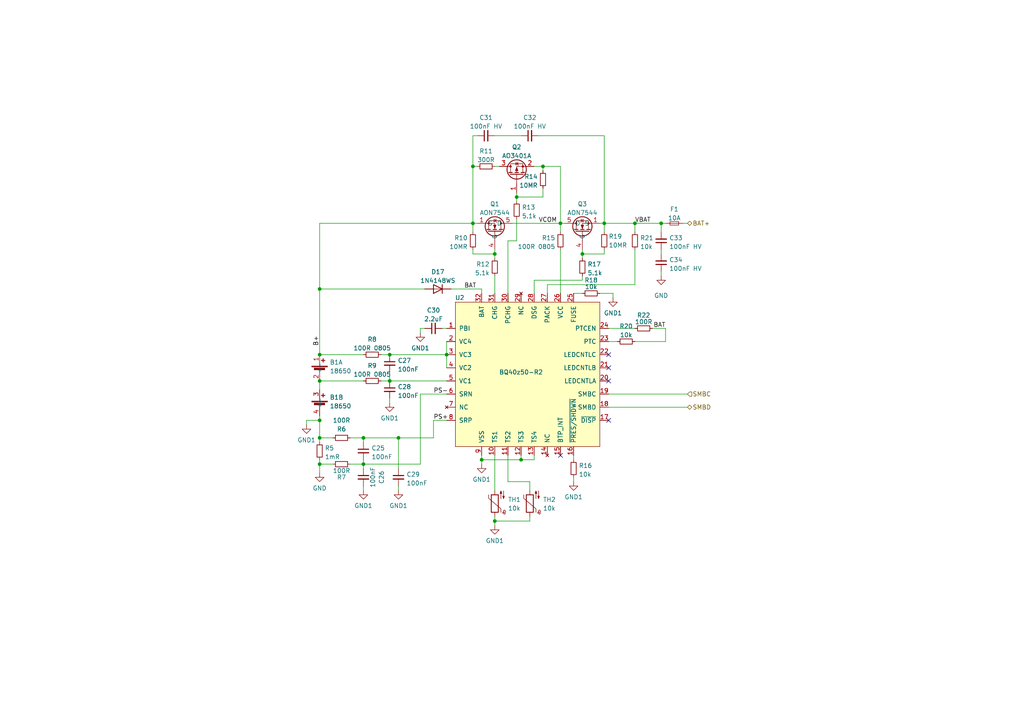
<source format=kicad_sch>
(kicad_sch (version 20230121) (generator eeschema)
  (paper "A4")
  (lib_symbols
    (symbol "Device:C_Small" (pin_numbers hide) (pin_names (offset 0.254) hide)
      (property "Reference" "C" (at 0.254 1.778 0))
      (property "Value" "C_Small" (at 0.254 -2.032 0))
      (symbol "C_Small_0_1"
        (polyline (pts (xy -1.524 -0.508) (xy 1.524 -0.508)) (stroke (width 0.3302)))
        (polyline (pts (xy -1.524 0.508) (xy 1.524 0.508)) (stroke (width 0.3048)))
      )
      (symbol "C_Small_1_1"
        (pin passive line (at 0 2.54 270) (length 2.032) (name "~") (number "1"))
        (pin passive line (at 0 -2.54 90) (length 2.032) (name "~") (number "2"))
      )
    )
    (symbol "Device:Fuse_Small" (pin_numbers hide) (pin_names (offset 0.254) hide)
      (property "Reference" "F" (at 0 -1.524 0))
      (property "Value" "Fuse_Small" (at 0 1.524 0))
      (symbol "Fuse_Small_0_1"
        (rectangle (start -1.27 0.508) (end 1.27 -0.508))
        (polyline (pts (xy -1.27 0) (xy 1.27 0)))
      )
      (symbol "Fuse_Small_1_1"
        (pin passive line (at -2.54 0 0) (length 1.27) (name "~") (number "1"))
        (pin passive line (at 2.54 0 180) (length 1.27) (name "~") (number "2"))
      )
    )
    (symbol "Device:R_Small" (pin_numbers hide) (pin_names (offset 0.254) hide)
      (property "Reference" "R" (at 0.762 0.508 0))
      (property "Value" "R_Small" (at 0.762 -1.016 0))
      (symbol "R_Small_0_1"
        (rectangle (start -0.762 1.778) (end 0.762 -1.778) (stroke (width 0.2032)))
      )
      (symbol "R_Small_1_1"
        (pin passive line (at 0 2.54 270) (length 0.762) (name "~") (number "1"))
        (pin passive line (at 0 -2.54 90) (length 0.762) (name "~") (number "2"))
      )
    )
    (symbol "Device:Thermistor_NTC" (pin_numbers hide) (pin_names (offset 0))
      (property "Reference" "TH" (at -4.445 0 90))
      (property "Value" "Thermistor_NTC" (at 3.175 0 90))
      (symbol "Thermistor_NTC_0_1"
        (arc (start -3.048 2.159) (mid -3.0495 2.3143) (end -3.175 2.413))
        (arc (start -3.048 2.159) (mid -2.9736 1.9794) (end -2.794 1.905))
        (arc (start -3.048 2.794) (mid -2.9736 2.6144) (end -2.794 2.54))
        (arc (start -2.794 1.905) (mid -2.6144 1.9794) (end -2.54 2.159))
        (arc (start -2.794 2.54) (mid -2.4393 2.5587) (end -2.159 2.794))
        (arc (start -2.794 3.048) (mid -2.9736 2.9736) (end -3.048 2.794))
        (arc (start -2.54 2.794) (mid -2.6144 2.9736) (end -2.794 3.048))
        (rectangle (start -1.016 2.54) (end 1.016 -2.54) (stroke (width 0.254)))
        (polyline (pts (xy -2.54 2.159) (xy -2.54 2.794)))
        (polyline (pts (xy -1.778 2.54) (xy -1.778 1.524) (xy 1.778 -1.524) (xy 1.778 -2.54)))
        (polyline (pts (xy -2.54 -3.683) (xy -2.54 -1.397) (xy -2.794 -2.159) (xy -2.286 -2.159) (xy -2.54 -1.397) (xy -2.54 -1.651)) (fill (type outline)))
        (polyline (pts (xy -1.778 -1.397) (xy -1.778 -3.683) (xy -2.032 -2.921) (xy -1.524 -2.921) (xy -1.778 -3.683) (xy -1.778 -3.429)) (fill (type outline)))
      )
      (symbol "Thermistor_NTC_1_1"
        (pin passive line (at 0 3.81 270) (length 1.27) (name "~") (number "1"))
        (pin passive line (at 0 -3.81 90) (length 1.27) (name "~") (number "2"))
      )
    )
    (symbol "Diode:1N4148WS" (pin_numbers hide) (pin_names (offset 1.016) hide)
      (property "Reference" "D" (at 0 2.54 0))
      (property "Value" "1N4148WS" (at 0 -2.54 0))
      (symbol "1N4148WS_0_1"
        (polyline (pts (xy -1.27 1.27) (xy -1.27 -1.27)) (stroke (width 0.254)))
        (polyline (pts (xy 1.27 0) (xy -1.27 0)))
        (polyline (pts (xy 1.27 1.27) (xy 1.27 -1.27) (xy -1.27 0) (xy 1.27 1.27)) (stroke (width 0.254)))
      )
      (symbol "1N4148WS_1_1"
        (pin passive line (at -3.81 0 0) (length 2.54) (name "K") (number "1"))
        (pin passive line (at 3.81 0 180) (length 2.54) (name "A") (number "2"))
      )
    )
    (symbol "Transistor_FET:AO3401A" (pin_names hide)
      (property "Reference" "Q" (at 5.08 1.905 0))
      (property "Value" "AO3401A" (at 5.08 0 0))
      (symbol "AO3401A_0_1"
        (polyline (pts (xy 0.254 0) (xy -2.54 0)))
        (polyline (pts (xy 0.254 1.905) (xy 0.254 -1.905)) (stroke (width 0.254)))
        (polyline (pts (xy 0.762 -1.27) (xy 0.762 -2.286)) (stroke (width 0.254)))
        (polyline (pts (xy 0.762 0.508) (xy 0.762 -0.508)) (stroke (width 0.254)))
        (polyline (pts (xy 0.762 2.286) (xy 0.762 1.27)) (stroke (width 0.254)))
        (polyline (pts (xy 2.54 2.54) (xy 2.54 1.778)))
        (polyline (pts (xy 2.54 -2.54) (xy 2.54 0) (xy 0.762 0)))
        (polyline (pts (xy 0.762 1.778) (xy 3.302 1.778) (xy 3.302 -1.778) (xy 0.762 -1.778)))
        (polyline (pts (xy 2.286 0) (xy 1.27 0.381) (xy 1.27 -0.381) (xy 2.286 0)) (fill (type outline)))
        (polyline (pts (xy 2.794 -0.508) (xy 2.921 -0.381) (xy 3.683 -0.381) (xy 3.81 -0.254)))
        (polyline (pts (xy 3.302 -0.381) (xy 2.921 0.254) (xy 3.683 0.254) (xy 3.302 -0.381)))
        (circle (center 1.651 0) (radius 2.794) (stroke (width 0.254)))
        (circle (center 2.54 -1.778) (radius 0.254) (fill (type outline)))
        (circle (center 2.54 1.778) (radius 0.254) (fill (type outline)))
      )
      (symbol "AO3401A_1_1"
        (pin input line (at -5.08 0 0) (length 2.54) (name "G") (number "1"))
        (pin passive line (at 2.54 -5.08 90) (length 2.54) (name "S") (number "2"))
        (pin passive line (at 2.54 5.08 270) (length 2.54) (name "D") (number "3"))
      )
    )
    (symbol "Transistor_FET_DFN:AON7544"
      (property "Reference" "Q" (at 0 0 0))
      (property "Value" "AON7544" (at -6.35 5.08 0))
      (symbol "AON7544_0_1"
        (circle (center -0.889 0) (radius 2.794) (stroke (width 0.254)))
        (circle (center 0 -1.778) (radius 0.254) (fill (type outline)))
        (polyline (pts (xy -2.286 0) (xy -5.08 0)))
        (polyline (pts (xy -2.286 1.905) (xy -2.286 -1.905)) (stroke (width 0.254)))
        (polyline (pts (xy -1.778 -1.27) (xy -1.778 -2.286)) (stroke (width 0.254)))
        (polyline (pts (xy -1.778 0.508) (xy -1.778 -0.508)) (stroke (width 0.254)))
        (polyline (pts (xy -1.778 2.286) (xy -1.778 1.27)) (stroke (width 0.254)))
        (polyline (pts (xy 0 2.54) (xy 0 1.778)))
        (polyline (pts (xy 0 -2.54) (xy 0 0) (xy -1.778 0)))
        (polyline (pts (xy -1.778 -1.778) (xy 0.762 -1.778) (xy 0.762 1.778) (xy -1.778 1.778)))
        (polyline (pts (xy -1.524 0) (xy -0.508 0.381) (xy -0.508 -0.381) (xy -1.524 0)) (fill (type outline)))
        (polyline (pts (xy 0.254 0.508) (xy 0.381 0.381) (xy 1.143 0.381) (xy 1.27 0.254)))
        (polyline (pts (xy 0.762 0.381) (xy 0.381 -0.254) (xy 1.143 -0.254) (xy 0.762 0.381)))
        (circle (center 0 1.778) (radius 0.254) (fill (type outline)))
      )
      (symbol "AON7544_1_1"
        (pin passive line (at 0 -5.08 90) (length 2.54) (name "S") (number "1"))
        (pin passive line (at 0 -5.08 90) (length 2.54) hide (name "S") (number "2"))
        (pin passive line (at 0 -5.08 90) (length 2.54) hide (name "S") (number "3"))
        (pin input line (at -7.62 0 0) (length 2.54) (name "G") (number "4"))
        (pin passive line (at 0 5.08 270) (length 2.54) (name "D") (number "5"))
        (pin passive line (at 0 5.08 270) (length 2.54) hide (name "D") (number "6"))
        (pin passive line (at 0 5.08 270) (length 2.54) hide (name "D") (number "7"))
        (pin passive line (at 0 5.08 270) (length 2.54) hide (name "D") (number "8"))
        (pin passive line (at 0 5.08 270) (length 2.54) hide (name "D") (number "9"))
      )
    )
    (symbol "battery:battery-2s" (pin_names (offset 1.016))
      (property "Reference" "B" (at 3.81 1.27 0))
      (property "Value" "battery-2s" (at -8.89 1.27 0))
      (symbol "battery-2s_1_1"
        (rectangle (start -2.286 0.508) (end 2.286 0.254) (fill (type outline)))
        (rectangle (start -1.5748 -0.0762) (end 1.4732 -0.5842) (fill (type outline)))
        (polyline (pts (xy 0 -0.508) (xy 0 -1.27)))
        (polyline (pts (xy 0 0.508) (xy 0 1.27)))
        (polyline (pts (xy 0.508 2.159) (xy 1.524 2.159)) (stroke (width 0.254)))
        (polyline (pts (xy 1.016 2.667) (xy 1.016 1.651)) (stroke (width 0.254)))
        (pin passive line (at 0 3.81 270) (length 2.54) (name "+") (number "1"))
        (pin passive line (at 0 -3.81 90) (length 2.54) (name "-") (number "2"))
      )
      (symbol "battery-2s_2_1"
        (rectangle (start -2.286 0.508) (end 2.286 0.254) (fill (type outline)))
        (rectangle (start -1.5748 -0.0762) (end 1.4732 -0.5842) (fill (type outline)))
        (polyline (pts (xy 0 -0.508) (xy 0 -1.27)))
        (polyline (pts (xy 0 0.508) (xy 0 1.27)))
        (polyline (pts (xy 0.508 2.159) (xy 1.524 2.159)) (stroke (width 0.254)))
        (polyline (pts (xy 1.016 2.667) (xy 1.016 1.651)) (stroke (width 0.254)))
        (pin passive line (at 0 3.81 270) (length 2.54) (name "+") (number "3"))
        (pin passive line (at 0 -3.81 90) (length 2.54) (name "-") (number "4"))
      )
    )
    (symbol "power:GND" (power) (pin_names (offset 0))
      (property "Value" "GND" (at 0 -3.81 0))
      (symbol "GND_0_1"
        (polyline (pts (xy 0 0) (xy 0 -1.27) (xy 1.27 -1.27) (xy 0 -2.54) (xy -1.27 -1.27) (xy 0 -1.27)))
      )
      (symbol "GND_1_1"
        (pin power_in line (at 0 0 270) (length 0) hide (name "GND") (number "1"))
      )
    )
    (symbol "power:GND1" (power) (pin_names (offset 0))
      (property "Value" "GND1" (at 0 -3.81 0))
      (symbol "GND1_0_1"
        (polyline (pts (xy 0 0) (xy 0 -1.27) (xy 1.27 -1.27) (xy 0 -2.54) (xy -1.27 -1.27) (xy 0 -1.27)))
      )
      (symbol "GND1_1_1"
        (pin power_in line (at 0 0 270) (length 0) hide (name "GND1") (number "1"))
      )
    )
    (symbol "ti-balancers:BQ40z50-R2" (pin_names (offset 1.016))
      (property "Reference" "U" (at 0 0 0))
      (property "Value" "BQ40z50-R2" (at 0 0 0))
      (symbol "BQ40z50-R2_0_1"
        (rectangle (start -19.05 20.32) (end 22.86 -21.59) (fill (type background)))
      )
      (symbol "BQ40z50-R2_1_1"
        (pin power_in line (at -21.59 12.7 0) (length 2.54) (name "PBI") (number "1"))
        (pin bidirectional line (at -7.62 -24.13 90) (length 2.54) (name "TS1") (number "10"))
        (pin bidirectional line (at -3.81 -24.13 90) (length 2.54) (name "TS2") (number "11"))
        (pin bidirectional line (at 0 -24.13 90) (length 2.54) (name "TS3") (number "12"))
        (pin bidirectional line (at 3.81 -24.13 90) (length 2.54) (name "TS4") (number "13"))
        (pin no_connect line (at 7.62 -24.13 90) (length 2.54) (name "NC") (number "14"))
        (pin output line (at 11.43 -24.13 90) (length 2.54) (name "BTP_INT") (number "15"))
        (pin input line (at 15.24 -24.13 90) (length 2.54) (name "~{PRES/SHDWN}") (number "16"))
        (pin input line (at 25.4 -13.97 180) (length 2.54) (name "~{DISP}") (number "17"))
        (pin open_collector line (at 25.4 -10.16 180) (length 2.54) (name "SMBD") (number "18"))
        (pin open_collector line (at 25.4 -6.35 180) (length 2.54) (name "SMBC") (number "19"))
        (pin bidirectional line (at -21.59 8.89 0) (length 2.54) (name "VC4") (number "2"))
        (pin output line (at 25.4 -2.54 180) (length 2.54) (name "LEDCNTLA") (number "20"))
        (pin output line (at 25.4 1.27 180) (length 2.54) (name "LEDCNTLB") (number "21"))
        (pin output line (at 25.4 5.08 180) (length 2.54) (name "LEDCNTLC") (number "22"))
        (pin bidirectional line (at 25.4 8.89 180) (length 2.54) (name "PTC") (number "23"))
        (pin input line (at 25.4 12.7 180) (length 2.54) (name "PTCEN") (number "24"))
        (pin output line (at 15.24 22.86 270) (length 2.54) (name "FUSE") (number "25"))
        (pin power_in line (at 11.43 22.86 270) (length 2.54) (name "VCC") (number "26"))
        (pin bidirectional line (at 7.62 22.86 270) (length 2.54) (name "PACK") (number "27"))
        (pin output line (at 3.81 22.86 270) (length 2.54) (name "DSG") (number "28"))
        (pin no_connect line (at 0 22.86 270) (length 2.54) (name "NC") (number "29"))
        (pin bidirectional line (at -21.59 5.08 0) (length 2.54) (name "VC3") (number "3"))
        (pin output line (at -3.81 22.86 270) (length 2.54) (name "PCHG") (number "30"))
        (pin output line (at -7.62 22.86 270) (length 2.54) (name "CHG") (number "31"))
        (pin power_in line (at -11.43 22.86 270) (length 2.54) (name "BAT") (number "32"))
        (pin power_in line (at -11.43 -24.13 90) (length 2.54) hide (name "PWRPD") (number "33"))
        (pin bidirectional line (at -21.59 1.27 0) (length 2.54) (name "VC2") (number "4"))
        (pin bidirectional line (at -21.59 -2.54 0) (length 2.54) (name "VC1") (number "5"))
        (pin input line (at -21.59 -6.35 0) (length 2.54) (name "SRN") (number "6"))
        (pin no_connect line (at -21.59 -10.16 0) (length 2.54) (name "NC") (number "7"))
        (pin input line (at -21.59 -13.97 0) (length 2.54) (name "SRP") (number "8"))
        (pin power_in line (at -11.43 -24.13 90) (length 2.54) (name "VSS") (number "9"))
      )
    )
  )
  (junction (at 113.03 110.49))
  (junction (at 151.13 133.35))
  (junction (at 92.71 110.49))
  (junction (at 168.91 73.66))
  (junction (at 137.16 64.77))
  (junction (at 92.71 83.82))
  (junction (at 149.86 57.15))
  (junction (at 143.51 73.66))
  (junction (at 92.71 127))
  (junction (at 143.51 151.13))
  (junction (at 191.77 64.77))
  (junction (at 105.41 134.62))
  (junction (at 184.15 64.77))
  (junction (at 157.48 48.26))
  (junction (at 92.71 134.62))
  (junction (at 129.54 102.87))
  (junction (at 115.57 127))
  (junction (at 113.03 102.87))
  (junction (at 92.71 102.87))
  (junction (at 175.26 64.77))
  (junction (at 137.16 48.26))
  (junction (at 92.71 121.92))
  (junction (at 162.56 64.77))
  (junction (at 139.7 133.35))
  (junction (at 105.41 127))
  (no_connect (at 176.53 102.87))
  (no_connect (at 162.56 132.08))
  (no_connect (at 176.53 110.49))
  (no_connect (at 176.53 106.68))
  (no_connect (at 176.53 121.92))
  (wire (pts (xy 184.15 99.06) (xy 193.04 99.06)))
  (wire (pts (xy 137.16 39.37) (xy 138.43 39.37)))
  (wire (pts (xy 92.71 121.92) (xy 88.9 121.92)))
  (wire (pts (xy 92.71 120.65) (xy 92.71 121.92)))
  (wire (pts (xy 143.51 48.26) (xy 144.78 48.26)))
  (wire (pts (xy 162.56 64.77) (xy 162.56 67.31)))
  (wire (pts (xy 149.86 69.85) (xy 147.32 69.85)))
  (wire (pts (xy 105.41 140.97) (xy 105.41 142.24)))
  (wire (pts (xy 191.77 72.39) (xy 191.77 73.66)))
  (wire (pts (xy 138.43 48.26) (xy 137.16 48.26)))
  (wire (pts (xy 149.86 57.15) (xy 149.86 55.88)))
  (wire (pts (xy 149.86 63.5) (xy 149.86 69.85)))
  (wire (pts (xy 92.71 64.77) (xy 92.71 83.82)))
  (wire (pts (xy 121.92 134.62) (xy 121.92 114.3)))
  (wire (pts (xy 115.57 135.89) (xy 115.57 127)))
  (wire (pts (xy 92.71 102.87) (xy 105.41 102.87)))
  (wire (pts (xy 147.32 132.08) (xy 147.32 139.7)))
  (wire (pts (xy 184.15 64.77) (xy 191.77 64.77)))
  (wire (pts (xy 139.7 83.82) (xy 139.7 85.09)))
  (wire (pts (xy 139.7 133.35) (xy 151.13 133.35)))
  (wire (pts (xy 115.57 127) (xy 105.41 127)))
  (wire (pts (xy 168.91 72.39) (xy 168.91 73.66)))
  (wire (pts (xy 113.03 107.95) (xy 113.03 110.49)))
  (wire (pts (xy 177.8 85.09) (xy 177.8 86.36)))
  (wire (pts (xy 175.26 67.31) (xy 175.26 64.77)))
  (wire (pts (xy 125.73 121.92) (xy 129.54 121.92)))
  (wire (pts (xy 157.48 54.61) (xy 157.48 57.15)))
  (wire (pts (xy 154.94 48.26) (xy 157.48 48.26)))
  (wire (pts (xy 168.91 73.66) (xy 168.91 74.93)))
  (wire (pts (xy 105.41 134.62) (xy 105.41 133.35)))
  (wire (pts (xy 105.41 127) (xy 101.6 127)))
  (wire (pts (xy 162.56 64.77) (xy 163.83 64.77)))
  (wire (pts (xy 198.12 64.77) (xy 199.39 64.77)))
  (wire (pts (xy 166.37 138.43) (xy 166.37 139.7)))
  (wire (pts (xy 129.54 99.06) (xy 129.54 102.87)))
  (wire (pts (xy 147.32 86.36) (xy 147.32 87.63)))
  (wire (pts (xy 92.71 134.62) (xy 96.52 134.62)))
  (wire (pts (xy 143.51 132.08) (xy 143.51 142.24)))
  (wire (pts (xy 105.41 134.62) (xy 105.41 135.89)))
  (wire (pts (xy 153.67 151.13) (xy 153.67 149.86)))
  (wire (pts (xy 113.03 102.87) (xy 129.54 102.87)))
  (wire (pts (xy 156.21 39.37) (xy 175.26 39.37)))
  (wire (pts (xy 176.53 114.3) (xy 199.39 114.3)))
  (wire (pts (xy 113.03 115.57) (xy 113.03 116.84)))
  (wire (pts (xy 148.59 64.77) (xy 162.56 64.77)))
  (wire (pts (xy 139.7 133.35) (xy 139.7 134.62)))
  (wire (pts (xy 154.94 81.28) (xy 154.94 85.09)))
  (wire (pts (xy 105.41 128.27) (xy 105.41 127)))
  (wire (pts (xy 143.51 80.01) (xy 143.51 85.09)))
  (wire (pts (xy 137.16 73.66) (xy 143.51 73.66)))
  (wire (pts (xy 128.27 95.25) (xy 129.54 95.25)))
  (wire (pts (xy 168.91 80.01) (xy 168.91 81.28)))
  (wire (pts (xy 92.71 127) (xy 96.52 127)))
  (wire (pts (xy 162.56 48.26) (xy 162.56 64.77)))
  (wire (pts (xy 149.86 57.15) (xy 149.86 58.42)))
  (wire (pts (xy 147.32 139.7) (xy 153.67 139.7)))
  (wire (pts (xy 143.51 39.37) (xy 151.13 39.37)))
  (wire (pts (xy 153.67 139.7) (xy 153.67 142.24)))
  (wire (pts (xy 143.51 73.66) (xy 143.51 74.93)))
  (wire (pts (xy 105.41 134.62) (xy 121.92 134.62)))
  (wire (pts (xy 130.81 83.82) (xy 139.7 83.82)))
  (wire (pts (xy 191.77 64.77) (xy 193.04 64.77)))
  (wire (pts (xy 166.37 132.08) (xy 166.37 133.35)))
  (wire (pts (xy 175.26 73.66) (xy 168.91 73.66)))
  (wire (pts (xy 176.53 118.11) (xy 199.39 118.11)))
  (wire (pts (xy 151.13 133.35) (xy 154.94 133.35)))
  (wire (pts (xy 143.51 149.86) (xy 143.51 151.13)))
  (wire (pts (xy 121.92 114.3) (xy 129.54 114.3)))
  (wire (pts (xy 115.57 140.97) (xy 115.57 142.24)))
  (wire (pts (xy 143.51 151.13) (xy 143.51 152.4)))
  (wire (pts (xy 176.53 95.25) (xy 184.15 95.25)))
  (wire (pts (xy 137.16 64.77) (xy 138.43 64.77)))
  (wire (pts (xy 137.16 72.39) (xy 137.16 73.66)))
  (wire (pts (xy 92.71 133.35) (xy 92.71 134.62)))
  (wire (pts (xy 143.51 72.39) (xy 143.51 73.66)))
  (wire (pts (xy 162.56 72.39) (xy 162.56 85.09)))
  (wire (pts (xy 151.13 132.08) (xy 151.13 133.35)))
  (wire (pts (xy 137.16 48.26) (xy 137.16 64.77)))
  (wire (pts (xy 147.32 69.85) (xy 147.32 85.09)))
  (wire (pts (xy 191.77 78.74) (xy 191.77 80.01)))
  (wire (pts (xy 154.94 81.28) (xy 168.91 81.28)))
  (wire (pts (xy 88.9 121.92) (xy 88.9 123.19)))
  (wire (pts (xy 139.7 132.08) (xy 139.7 133.35)))
  (wire (pts (xy 110.49 102.87) (xy 113.03 102.87)))
  (wire (pts (xy 175.26 72.39) (xy 175.26 73.66)))
  (wire (pts (xy 137.16 64.77) (xy 92.71 64.77)))
  (wire (pts (xy 137.16 64.77) (xy 137.16 67.31)))
  (wire (pts (xy 143.51 151.13) (xy 153.67 151.13)))
  (wire (pts (xy 92.71 127) (xy 92.71 128.27)))
  (wire (pts (xy 92.71 134.62) (xy 92.71 137.16)))
  (wire (pts (xy 115.57 127) (xy 125.73 127)))
  (wire (pts (xy 184.15 82.55) (xy 184.15 72.39)))
  (wire (pts (xy 157.48 57.15) (xy 149.86 57.15)))
  (wire (pts (xy 125.73 121.92) (xy 125.73 127)))
  (wire (pts (xy 175.26 39.37) (xy 175.26 64.77)))
  (wire (pts (xy 166.37 85.09) (xy 168.91 85.09)))
  (wire (pts (xy 92.71 110.49) (xy 105.41 110.49)))
  (wire (pts (xy 92.71 83.82) (xy 92.71 102.87)))
  (wire (pts (xy 191.77 64.77) (xy 191.77 67.31)))
  (wire (pts (xy 175.26 64.77) (xy 173.99 64.77)))
  (wire (pts (xy 158.75 82.55) (xy 184.15 82.55)))
  (wire (pts (xy 193.04 99.06) (xy 193.04 95.25)))
  (wire (pts (xy 137.16 48.26) (xy 137.16 39.37)))
  (wire (pts (xy 101.6 134.62) (xy 105.41 134.62)))
  (wire (pts (xy 123.19 83.82) (xy 92.71 83.82)))
  (wire (pts (xy 193.04 95.25) (xy 189.23 95.25)))
  (wire (pts (xy 113.03 110.49) (xy 129.54 110.49)))
  (wire (pts (xy 158.75 82.55) (xy 158.75 85.09)))
  (wire (pts (xy 129.54 102.87) (xy 129.54 106.68)))
  (wire (pts (xy 184.15 64.77) (xy 184.15 67.31)))
  (wire (pts (xy 92.71 110.49) (xy 92.71 113.03)))
  (wire (pts (xy 157.48 48.26) (xy 157.48 49.53)))
  (wire (pts (xy 154.94 132.08) (xy 154.94 133.35)))
  (wire (pts (xy 157.48 48.26) (xy 162.56 48.26)))
  (wire (pts (xy 175.26 64.77) (xy 184.15 64.77)))
  (wire (pts (xy 92.71 121.92) (xy 92.71 127)))
  (wire (pts (xy 176.53 99.06) (xy 179.07 99.06)))
  (wire (pts (xy 110.49 110.49) (xy 113.03 110.49)))
  (wire (pts (xy 123.19 95.25) (xy 121.92 95.25)))
  (wire (pts (xy 173.99 85.09) (xy 177.8 85.09)))
  (wire (pts (xy 121.92 95.25) (xy 121.92 96.52)))
  (label "PS-" (at 125.73 114.3 0))
  (label "BAT" (at 134.62 83.82 0))
  (label "VBAT" (at 184.15 64.77 0))
  (label "PS+" (at 125.73 121.92 0))
  (label "B+" (at 92.71 100.33 90))
  (label "VCOM" (at 156.21 64.77 0))
  (label "BAT" (at 193.04 95.25 180))
  (hierarchical_label "SMBC" (shape input) (at 199.39 114.3 0))
  (hierarchical_label "SMBD" (shape bidirectional) (at 199.39 118.11 0))
  (hierarchical_label "BAT+" (shape bidirectional) (at 199.39 64.77 0))
  (symbol (lib_id "Device:R_Small") (at 171.45 85.09 270) (unit 1)
    (property "Reference" "R18" (at 171.45 81.28 90))
    (property "Value" "10k" (at 171.45 83.1905 90))
    (property "Footprint" "Resistor_SMD:R_0402_1005Metric" (effects hide))
    (property "LCSC" "C25744" (effects hide))
    (instances (project "blinkekatze" (path "" (reference "R18") (unit 1))) (project "dc-usv" (path "" (reference "R128") (unit 1))))
  )
  (symbol (lib_id "power:GND1") (at 139.7 134.62 0) (unit 1)
    (property "Reference" "#PWR049" (effects hide))
    (property "Value" "GND1" (at 139.7 139.0634 0))
    (instances (project "blinkekatze" (path "" (reference "#PWR049") (unit 1))) (project "dc-usv" (path "" (reference "#PWR0107") (unit 1))))
  )
  (symbol (lib_id "Device:C_Small") (at 153.67 39.37 90) (unit 1)
    (property "Reference" "C32" (at 153.6763 34.1081 90))
    (property "Value" "100nF HV" (at 153.6763 36.645 90))
    (property "Footprint" "Capacitor_SMD:C_0603_1608Metric" (effects hide))
    (property "LCSC" "C14663" (effects hide))
    (instances (project "blinkekatze" (path "" (reference "C32") (unit 1))) (project "dc-usv" (path "" (reference "C8") (unit 1))))
  )
  (symbol (lib_id "Device:R_Small") (at 157.48 52.07 0) (mirror x) (unit 1)
    (property "Reference" "R14" (at 155.9815 51.2353 0) (effects (justify right)))
    (property "Value" "10MR" (at 155.9815 53.7722 0) (effects (justify right)))
    (property "Footprint" "Resistor_SMD:R_0402_1005Metric" (effects hide))
    (property "LCSC" "C26082" (effects hide))
    (instances (project "blinkekatze" (path "" (reference "R14") (unit 1))) (project "dc-usv" (path "" (reference "R10") (unit 1))))
  )
  (symbol (lib_id "Diode:1N4148WS") (at 127 83.82 180) (unit 1)
    (property "Reference" "D17" (at 127 78.8502 0))
    (property "Value" "1N4148WS" (at 127 81.3871 0))
    (property "Footprint" "Diode_SMD:D_SOD-323" (effects hide))
    (property "Datasheet" "https://www.vishay.com/docs/85751/1n4148ws.pdf" (effects hide))
    (property "LCSC" "C2128" (effects hide))
    (instances (project "blinkekatze" (path "" (reference "D17") (unit 1))) (project "dc-usv" (path "" (reference "D1") (unit 1))))
  )
  (symbol (lib_id "power:GND1") (at 105.41 142.24 0) (unit 1)
    (property "Reference" "#PWR045" (effects hide))
    (property "Value" "GND1" (at 105.41 146.6834 0))
    (instances (project "blinkekatze" (path "" (reference "#PWR045") (unit 1))) (project "dc-usv" (path "" (reference "#PWR0103") (unit 1))))
  )
  (symbol (lib_id "power:GND1") (at 177.8 86.36 0) (unit 1)
    (property "Reference" "#PWR052" (effects hide))
    (property "Value" "GND1" (at 177.8 90.8034 0))
    (instances (project "blinkekatze" (path "" (reference "#PWR052") (unit 1))) (project "dc-usv" (path "" (reference "#PWR0316") (unit 1))))
  )
  (symbol (lib_id "Device:R_Small") (at 99.06 134.62 90) (unit 1)
    (property "Reference" "R7" (at 99.06 138.43 90))
    (property "Value" "100R" (at 99.06 136.5195 90))
    (property "Footprint" "Resistor_SMD:R_0402_1005Metric" (effects hide))
    (property "LCSC" "C25076" (effects hide))
    (instances (project "blinkekatze" (path "" (reference "R7") (unit 1))) (project "dc-usv" (path "" (reference "R2") (unit 1))))
  )
  (symbol (lib_id "power:GND1") (at 88.9 123.19 0) (unit 1)
    (property "Reference" "#PWR042" (effects hide))
    (property "Value" "GND1" (at 88.9 127.6334 0))
    (instances (project "blinkekatze" (path "" (reference "#PWR042") (unit 1))) (project "dc-usv" (path "" (reference "#PWR0102") (unit 1))))
  )
  (symbol (lib_id "Device:C_Small") (at 113.03 113.03 0) (unit 1)
    (property "Reference" "C28" (at 115.3541 112.2016 0) (effects (justify left)))
    (property "Value" "100nF" (at 115.3541 114.7385 0) (effects (justify left)))
    (property "Footprint" "Capacitor_SMD:C_0402_1005Metric" (effects hide))
    (property "LCSC" "C1525" (effects hide))
    (instances (project "blinkekatze" (path "" (reference "C28") (unit 1))) (project "dc-usv" (path "" (reference "C4") (unit 1))))
  )
  (symbol (lib_id "Device:R_Small") (at 162.56 69.85 0) (mirror x) (unit 1)
    (property "Reference" "R15" (at 161.0615 69.0153 0) (effects (justify right)))
    (property "Value" "100R 0805" (at 161.0615 71.5522 0) (effects (justify right)))
    (property "Footprint" "Resistor_SMD:R_0805_2012Metric" (effects hide))
    (property "LCSC" "C17408" (effects hide))
    (instances (project "blinkekatze" (path "" (reference "R15") (unit 1))) (project "dc-usv" (path "" (reference "R11") (unit 1))))
  )
  (symbol (lib_id "power:GND1") (at 121.92 96.52 0) (unit 1)
    (property "Reference" "#PWR048" (effects hide))
    (property "Value" "GND1" (at 121.92 100.9634 0))
    (instances (project "blinkekatze" (path "" (reference "#PWR048") (unit 1))) (project "dc-usv" (path "" (reference "#PWR0105") (unit 1))))
  )
  (symbol (lib_id "Device:R_Small") (at 140.97 48.26 90) (unit 1)
    (property "Reference" "R11" (at 140.97 43.8236 90))
    (property "Value" "300R" (at 140.97 46.3605 90))
    (property "Footprint" "Resistor_SMD:R_1206_3216Metric" (effects hide))
    (property "LCSC" "C17887" (effects hide))
    (instances (project "blinkekatze" (path "" (reference "R11") (unit 1))) (project "dc-usv" (path "" (reference "R7") (unit 1))))
  )
  (symbol (lib_id "Device:R_Small") (at 175.26 69.85 180) (unit 1)
    (property "Reference" "R19" (at 176.53 68.58 0) (effects (justify right)))
    (property "Value" "10MR" (at 176.53 71.12 0) (effects (justify right)))
    (property "Footprint" "Resistor_SMD:R_0402_1005Metric" (effects hide))
    (property "LCSC" "C26082" (effects hide))
    (instances (project "blinkekatze" (path "" (reference "R19") (unit 1))) (project "dc-usv" (path "" (reference "R13") (unit 1))))
  )
  (symbol (lib_id "Device:C_Small") (at 125.73 95.25 90) (unit 1)
    (property "Reference" "C30" (at 125.7363 89.9881 90))
    (property "Value" "2.2uF" (at 125.7363 92.525 90))
    (property "Footprint" "Capacitor_SMD:C_0603_1608Metric" (effects hide))
    (property "LCSC" "C23630" (effects hide))
    (instances (project "blinkekatze" (path "" (reference "C30") (unit 1))) (project "dc-usv" (path "" (reference "C6") (unit 1))))
  )
  (symbol (lib_id "Device:C_Small") (at 105.41 138.43 0) (unit 1)
    (property "Reference" "C26" (at 110.6719 138.4363 90))
    (property "Value" "100nF" (at 108.135 138.4363 90))
    (property "Footprint" "Capacitor_SMD:C_0402_1005Metric" (effects hide))
    (property "LCSC" "C1525" (effects hide))
    (instances (project "blinkekatze" (path "" (reference "C26") (unit 1))) (project "dc-usv" (path "" (reference "C5") (unit 1))))
  )
  (symbol (lib_id "Device:Fuse_Small") (at 195.58 64.77 0) (unit 1)
    (property "Reference" "F1" (at 195.58 60.6892 0))
    (property "Value" "10A" (at 195.58 63.2261 0))
    (property "Footprint" "Fuse:Fuse_1206_3216Metric" (effects hide))
    (property "Datasheet" "https://datasheet.lcsc.com/lcsc/1808141123_AEM-F1206HB10V024TM_C242475.pdf" (effects hide))
    (property "LCSC" "C242475" (effects hide))
  )
  (symbol (lib_id "Device:R_Small") (at 168.91 77.47 180) (unit 1)
    (property "Reference" "R17" (at 170.4085 76.6353 0) (effects (justify right)))
    (property "Value" "5.1k" (at 170.4085 79.1722 0) (effects (justify right)))
    (property "Footprint" "Resistor_SMD:R_0402_1005Metric" (effects hide))
    (property "LCSC" "C25905" (effects hide))
    (instances (project "blinkekatze" (path "" (reference "R17") (unit 1))) (project "dc-usv" (path "" (reference "R12") (unit 1))))
  )
  (symbol (lib_id "power:GND1") (at 115.57 142.24 0) (unit 1)
    (property "Reference" "#PWR047" (effects hide))
    (property "Value" "GND1" (at 115.57 146.6834 0))
    (instances (project "blinkekatze" (path "" (reference "#PWR047") (unit 1))) (project "dc-usv" (path "" (reference "#PWR0104") (unit 1))))
  )
  (symbol (lib_id "Device:R_Small") (at 137.16 69.85 0) (mirror x) (unit 1)
    (property "Reference" "R10" (at 135.6615 69.0153 0) (effects (justify right)))
    (property "Value" "10MR" (at 135.6615 71.5522 0) (effects (justify right)))
    (property "Footprint" "Resistor_SMD:R_0402_1005Metric" (effects hide))
    (property "LCSC" "C26082" (effects hide))
    (instances (project "blinkekatze" (path "" (reference "R10") (unit 1))) (project "dc-usv" (path "" (reference "R6") (unit 1))))
  )
  (symbol (lib_id "Device:R_Small") (at 99.06 127 90) (unit 1)
    (property "Reference" "R6" (at 99.06 124.46 90))
    (property "Value" "100R" (at 99.06 121.92 90))
    (property "Footprint" "Resistor_SMD:R_0402_1005Metric" (effects hide))
    (property "LCSC" "C25076" (effects hide))
    (instances (project "blinkekatze" (path "" (reference "R6") (unit 1))) (project "dc-usv" (path "" (reference "R3") (unit 1))))
  )
  (symbol (lib_id "battery:battery-2s") (at 92.71 116.84 0) (unit 2)
    (property "Reference" "B1" (at 95.631 115.2433 0) (effects (justify left)))
    (property "Value" "18650" (at 95.631 117.7802 0) (effects (justify left)))
  )
  (symbol (lib_id "Device:Thermistor_NTC") (at 153.67 146.05 180) (unit 1)
    (property "Reference" "TH2" (at 157.48 144.8978 0) (effects (justify right)))
    (property "Value" "10k" (at 157.48 147.4347 0) (effects (justify right)))
    (property "Footprint" "Resistor_SMD:R_0402_1005Metric" (effects hide))
    (property "LCSC" "C279801" (effects hide))
  )
  (symbol (lib_id "Device:R_Small") (at 186.69 95.25 270) (unit 1)
    (property "Reference" "R22" (at 186.69 91.44 90))
    (property "Value" "100R" (at 186.69 93.3505 90))
    (property "Footprint" "Resistor_SMD:R_0402_1005Metric" (effects hide))
    (property "LCSC" "C25076" (effects hide))
    (instances (project "blinkekatze" (path "" (reference "R22") (unit 1))) (project "dc-usv" (path "" (reference "R130") (unit 1))))
  )
  (symbol (lib_id "Device:R_Small") (at 143.51 77.47 0) (mirror x) (unit 1)
    (property "Reference" "R12" (at 142.0115 76.6353 0) (effects (justify right)))
    (property "Value" "5.1k" (at 142.0115 79.1722 0) (effects (justify right)))
    (property "Footprint" "Resistor_SMD:R_0402_1005Metric" (effects hide))
    (property "LCSC" "C25905" (effects hide))
    (instances (project "blinkekatze" (path "" (reference "R12") (unit 1))) (project "dc-usv" (path "" (reference "R8") (unit 1))))
  )
  (symbol (lib_id "Device:C_Small") (at 115.57 138.43 0) (unit 1)
    (property "Reference" "C29" (at 117.8941 137.6016 0) (effects (justify left)))
    (property "Value" "100nF" (at 117.8941 140.1385 0) (effects (justify left)))
    (property "Footprint" "Capacitor_SMD:C_0402_1005Metric" (effects hide))
    (property "LCSC" "C1525" (effects hide))
    (instances (project "blinkekatze" (path "" (reference "C29") (unit 1))) (project "dc-usv" (path "" (reference "C2") (unit 1))))
  )
  (symbol (lib_id "Device:R_Small") (at 181.61 99.06 90) (unit 1)
    (property "Reference" "R20" (at 181.61 94.6236 90))
    (property "Value" "10k" (at 181.61 97.1605 90))
    (property "Footprint" "Resistor_SMD:R_0402_1005Metric" (effects hide))
    (property "LCSC" "C25744" (effects hide))
    (instances (project "blinkekatze" (path "" (reference "R20") (unit 1))) (project "dc-usv" (path "" (reference "R129") (unit 1))))
  )
  (symbol (lib_id "Transistor_FET_DFN:AON7544") (at 143.51 64.77 270) (mirror x) (unit 1)
    (property "Reference" "Q1" (at 143.51 59.1652 90))
    (property "Value" "AON7544" (at 143.51 61.7021 90))
    (property "Footprint" "Package_DFN_FET:DFN-8-FET_3x3mm_P0.65mm" (effects hide))
    (property "Datasheet" "https://datasheet.lcsc.com/lcsc/1912111437_Alpha-&-Omega-Semicon-AON7544_C315567.pdf" (effects hide))
    (property "LCSC" "C315567" (effects hide))
  )
  (symbol (lib_id "Device:C_Small") (at 191.77 69.85 180) (unit 1)
    (property "Reference" "C33" (at 194.0941 69.0089 0) (effects (justify right)))
    (property "Value" "100nF HV" (at 194.0941 71.5458 0) (effects (justify right)))
    (property "Footprint" "Capacitor_SMD:C_0603_1608Metric" (effects hide))
    (property "LCSC" "C14663" (effects hide))
    (instances (project "blinkekatze" (path "" (reference "C33") (unit 1))) (project "dc-usv" (path "" (reference "C9") (unit 1))))
  )
  (symbol (lib_id "Device:R_Small") (at 149.86 60.96 180) (unit 1)
    (property "Reference" "R13" (at 151.3586 60.1253 0) (effects (justify right)))
    (property "Value" "5.1k" (at 151.3586 62.6622 0) (effects (justify right)))
    (property "Footprint" "Resistor_SMD:R_0402_1005Metric" (effects hide))
    (property "LCSC" "C25905" (effects hide))
    (instances (project "blinkekatze" (path "" (reference "R13") (unit 1))) (project "dc-usv" (path "" (reference "R9") (unit 1))))
  )
  (symbol (lib_id "power:GND1") (at 113.03 116.84 0) (unit 1)
    (property "Reference" "#PWR046" (effects hide))
    (property "Value" "GND1" (at 113.03 121.2834 0))
    (instances (project "blinkekatze" (path "" (reference "#PWR046") (unit 1))) (project "dc-usv" (path "" (reference "#PWR0106") (unit 1))))
  )
  (symbol (lib_id "Device:R_Small") (at 92.71 130.81 0) (unit 1)
    (property "Reference" "R5" (at 94.2086 129.9753 0) (effects (justify left)))
    (property "Value" "1mR" (at 94.2086 132.5122 0) (effects (justify left)))
    (property "Footprint" "Resistor_SMD:R_1206_3216Metric" (effects hide))
    (property "LCSC" "C76287" (effects hide))
    (instances (project "blinkekatze" (path "" (reference "R5") (unit 1))) (project "dc-usv" (path "" (reference "R1") (unit 1))))
  )
  (symbol (lib_id "Device:C_Small") (at 191.77 76.2 180) (unit 1)
    (property "Reference" "C34" (at 194.0941 75.3589 0) (effects (justify right)))
    (property "Value" "100nF HV" (at 194.0941 77.8958 0) (effects (justify right)))
    (property "Footprint" "Capacitor_SMD:C_0603_1608Metric" (effects hide))
    (property "LCSC" "C14663" (effects hide))
    (instances (project "blinkekatze" (path "" (reference "C34") (unit 1))) (project "dc-usv" (path "" (reference "C10") (unit 1))))
  )
  (symbol (lib_id "power:GND1") (at 143.51 152.4 0) (unit 1)
    (property "Reference" "#PWR050" (effects hide))
    (property "Value" "GND1" (at 143.51 156.8434 0))
    (instances (project "blinkekatze" (path "" (reference "#PWR050") (unit 1))) (project "dc-usv" (path "" (reference "#PWR0108") (unit 1))))
  )
  (symbol (lib_id "Device:R_Small") (at 107.95 102.87 90) (unit 1)
    (property "Reference" "R8" (at 107.95 98.4336 90))
    (property "Value" "100R 0805" (at 107.95 100.9705 90))
    (property "Footprint" "Resistor_SMD:R_0805_2012Metric" (effects hide))
    (property "LCSC" "C17408" (effects hide))
    (instances (project "blinkekatze" (path "" (reference "R8") (unit 1))) (project "dc-usv" (path "" (reference "R4") (unit 1))))
  )
  (symbol (lib_id "Device:R_Small") (at 107.95 110.49 90) (unit 1)
    (property "Reference" "R9" (at 107.95 106.0536 90))
    (property "Value" "100R 0805" (at 107.95 108.5905 90))
    (property "Footprint" "Resistor_SMD:R_0805_2012Metric" (effects hide))
    (property "LCSC" "C17408" (effects hide))
    (instances (project "blinkekatze" (path "" (reference "R9") (unit 1))) (project "dc-usv" (path "" (reference "R5") (unit 1))))
  )
  (symbol (lib_id "power:GND") (at 191.77 80.01 0) (unit 1)
    (property "Reference" "#PWR053" (effects hide))
    (property "Value" "GND" (at 191.77 85.7234 0))
    (instances (project "blinkekatze" (path "" (reference "#PWR053") (unit 1))) (project "dc-usv" (path "" (reference "#PWR0110") (unit 1))))
  )
  (symbol (lib_id "Device:C_Small") (at 113.03 105.41 0) (unit 1)
    (property "Reference" "C27" (at 115.3541 104.5816 0) (effects (justify left)))
    (property "Value" "100nF" (at 115.3541 107.1185 0) (effects (justify left)))
    (property "Footprint" "Capacitor_SMD:C_0402_1005Metric" (effects hide))
    (property "LCSC" "C1525" (effects hide))
    (instances (project "blinkekatze" (path "" (reference "C27") (unit 1))) (project "dc-usv" (path "" (reference "C3") (unit 1))))
  )
  (symbol (lib_id "Device:R_Small") (at 184.15 69.85 0) (unit 1)
    (property "Reference" "R21" (at 185.6486 69.0153 0) (effects (justify left)))
    (property "Value" "10k" (at 185.6486 71.5522 0) (effects (justify left)))
    (property "Footprint" "Resistor_SMD:R_0402_1005Metric" (effects hide))
    (property "LCSC" "C25744" (effects hide))
    (instances (project "blinkekatze" (path "" (reference "R21") (unit 1))) (project "dc-usv" (path "" (reference "R14") (unit 1))))
  )
  (symbol (lib_id "Device:R_Small") (at 166.37 135.89 0) (unit 1)
    (property "Reference" "R16" (at 167.8686 135.0553 0) (effects (justify left)))
    (property "Value" "10k" (at 167.8686 137.5922 0) (effects (justify left)))
    (property "Footprint" "Resistor_SMD:R_0402_1005Metric" (effects hide))
    (property "LCSC" "C25744" (effects hide))
    (instances (project "blinkekatze" (path "" (reference "R16") (unit 1))) (project "dc-usv" (path "" (reference "R95") (unit 1))))
  )
  (symbol (lib_id "Transistor_FET_DFN:AON7544") (at 168.91 64.77 90) (unit 1)
    (property "Reference" "Q3" (at 168.91 59.1652 90))
    (property "Value" "AON7544" (at 168.91 61.7021 90))
    (property "Footprint" "Package_DFN_FET:DFN-8-FET_3x3mm_P0.65mm" (effects hide))
    (property "Datasheet" "https://datasheet.lcsc.com/lcsc/1912111437_Alpha-&-Omega-Semicon-AON7544_C315567.pdf" (effects hide))
    (property "LCSC" "C315567" (effects hide))
  )
  (symbol (lib_id "battery:battery-2s") (at 92.71 106.68 0) (unit 1)
    (property "Reference" "B1" (at 95.631 105.0833 0) (effects (justify left)))
    (property "Value" "18650" (at 95.631 107.6202 0) (effects (justify left)))
  )
  (symbol (lib_id "Device:C_Small") (at 105.41 130.81 0) (unit 1)
    (property "Reference" "C25" (at 107.7341 129.9816 0) (effects (justify left)))
    (property "Value" "100nF" (at 107.7341 132.5185 0) (effects (justify left)))
    (property "Footprint" "Capacitor_SMD:C_0402_1005Metric" (effects hide))
    (property "LCSC" "C1525" (effects hide))
    (instances (project "blinkekatze" (path "" (reference "C25") (unit 1))) (project "dc-usv" (path "" (reference "C1") (unit 1))))
  )
  (symbol (lib_id "Transistor_FET:AO3401A") (at 149.86 50.8 90) (unit 1)
    (property "Reference" "Q2" (at 149.86 42.6552 90))
    (property "Value" "AO3401A" (at 149.86 45.1921 90))
    (property "Footprint" "Package_TO_SOT_SMD:SOT-23" (effects hide))
    (property "Datasheet" "http://www.aosmd.com/pdfs/datasheet/AO3401A.pdf" (effects hide))
    (property "LCSC" "C15127" (effects hide))
  )
  (symbol (lib_id "ti-balancers:BQ40z50-R2") (at 151.13 107.95 0) (unit 1)
    (property "Reference" "U2" (at 133.35 86.36 0))
    (property "Value" "BQ40z50-R2" (at 151.13 107.95 0))
    (property "Footprint" "Package_Texas:VQFN-32-4.1x4.1-EP-1.4" (effects hide))
    (property "Datasheet" "http://www.ti.com/lit/ds/symlink/bq40z50-r2.pdf" (effects hide))
    (property "LCSC" "C179743" (effects hide))
    (instances (project "blinkekatze" (path "" (reference "U2") (unit 1))) (project "dc-usv" (path "" (reference "U1") (unit 1))))
  )
  (symbol (lib_id "power:GND") (at 92.71 137.16 0) (unit 1)
    (property "Reference" "#PWR044" (effects hide))
    (property "Value" "GND" (at 92.71 141.6034 0))
    (instances (project "blinkekatze" (path "" (reference "#PWR044") (unit 1))) (project "dc-usv" (path "" (reference "#PWR0101") (unit 1))))
  )
  (symbol (lib_id "power:GND1") (at 166.37 139.7 0) (unit 1)
    (property "Reference" "#PWR051" (effects hide))
    (property "Value" "GND1" (at 166.37 144.1434 0))
    (instances (project "blinkekatze" (path "" (reference "#PWR051") (unit 1))) (project "dc-usv" (path "" (reference "#PWR0286") (unit 1))))
  )
  (symbol (lib_id "Device:C_Small") (at 140.97 39.37 90) (unit 1)
    (property "Reference" "C31" (at 140.9763 34.1081 90))
    (property "Value" "100nF HV" (at 140.9763 36.645 90))
    (property "Footprint" "Capacitor_SMD:C_0603_1608Metric" (effects hide))
    (property "LCSC" "C14663" (effects hide))
    (instances (project "blinkekatze" (path "" (reference "C31") (unit 1))) (project "dc-usv" (path "" (reference "C7") (unit 1))))
  )
  (symbol (lib_id "Device:Thermistor_NTC") (at 143.51 146.05 180) (unit 1)
    (property "Reference" "TH1" (at 147.32 144.8978 0) (effects (justify right)))
    (property "Value" "10k" (at 147.32 147.4347 0) (effects (justify right)))
    (property "Footprint" "Resistor_SMD:R_0402_1005Metric" (effects hide))
    (property "LCSC" "C279801" (effects hide))
  )
)
</source>
